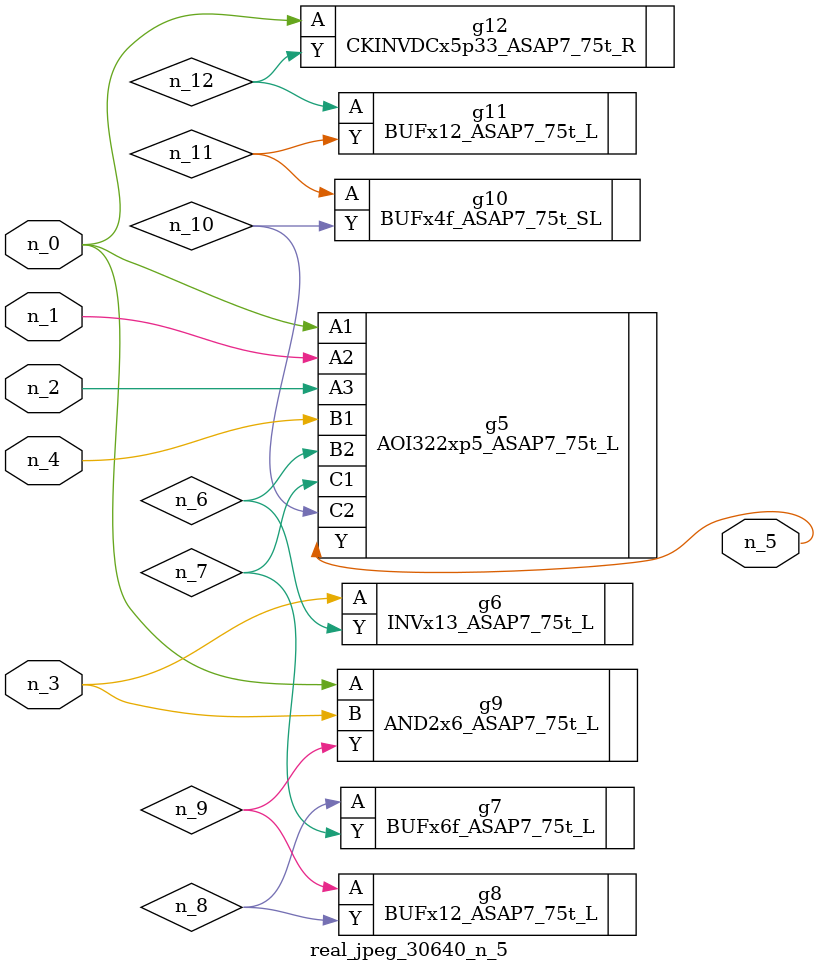
<source format=v>
module real_jpeg_30640_n_5 (n_4, n_0, n_1, n_2, n_3, n_5);

input n_4;
input n_0;
input n_1;
input n_2;
input n_3;

output n_5;

wire n_12;
wire n_8;
wire n_11;
wire n_6;
wire n_7;
wire n_10;
wire n_9;

AOI322xp5_ASAP7_75t_L g5 ( 
.A1(n_0),
.A2(n_1),
.A3(n_2),
.B1(n_4),
.B2(n_6),
.C1(n_7),
.C2(n_10),
.Y(n_5)
);

AND2x6_ASAP7_75t_L g9 ( 
.A(n_0),
.B(n_3),
.Y(n_9)
);

CKINVDCx5p33_ASAP7_75t_R g12 ( 
.A(n_0),
.Y(n_12)
);

INVx13_ASAP7_75t_L g6 ( 
.A(n_3),
.Y(n_6)
);

BUFx6f_ASAP7_75t_L g7 ( 
.A(n_8),
.Y(n_7)
);

BUFx12_ASAP7_75t_L g8 ( 
.A(n_9),
.Y(n_8)
);

BUFx4f_ASAP7_75t_SL g10 ( 
.A(n_11),
.Y(n_10)
);

BUFx12_ASAP7_75t_L g11 ( 
.A(n_12),
.Y(n_11)
);


endmodule
</source>
